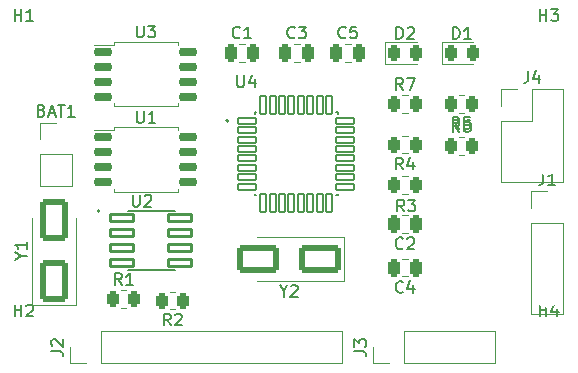
<source format=gbr>
%TF.GenerationSoftware,KiCad,Pcbnew,9.0.5*%
%TF.CreationDate,2025-10-30T10:34:48+09:00*%
%TF.ProjectId,MCU_Datalogger,4d43555f-4461-4746-916c-6f676765722e,1*%
%TF.SameCoordinates,Original*%
%TF.FileFunction,Legend,Top*%
%TF.FilePolarity,Positive*%
%FSLAX46Y46*%
G04 Gerber Fmt 4.6, Leading zero omitted, Abs format (unit mm)*
G04 Created by KiCad (PCBNEW 9.0.5) date 2025-10-30 10:34:48*
%MOMM*%
%LPD*%
G01*
G04 APERTURE LIST*
G04 Aperture macros list*
%AMRoundRect*
0 Rectangle with rounded corners*
0 $1 Rounding radius*
0 $2 $3 $4 $5 $6 $7 $8 $9 X,Y pos of 4 corners*
0 Add a 4 corners polygon primitive as box body*
4,1,4,$2,$3,$4,$5,$6,$7,$8,$9,$2,$3,0*
0 Add four circle primitives for the rounded corners*
1,1,$1+$1,$2,$3*
1,1,$1+$1,$4,$5*
1,1,$1+$1,$6,$7*
1,1,$1+$1,$8,$9*
0 Add four rect primitives between the rounded corners*
20,1,$1+$1,$2,$3,$4,$5,0*
20,1,$1+$1,$4,$5,$6,$7,0*
20,1,$1+$1,$6,$7,$8,$9,0*
20,1,$1+$1,$8,$9,$2,$3,0*%
G04 Aperture macros list end*
%ADD10C,0.150000*%
%ADD11C,0.120000*%
%ADD12C,0.127000*%
%ADD13C,0.200000*%
%ADD14R,1.700000X1.700000*%
%ADD15C,1.700000*%
%ADD16C,2.100000*%
%ADD17RoundRect,0.099250X-0.987750X-0.297750X0.987750X-0.297750X0.987750X0.297750X-0.987750X0.297750X0*%
%ADD18RoundRect,0.250000X-0.262500X-0.450000X0.262500X-0.450000X0.262500X0.450000X-0.262500X0.450000X0*%
%ADD19RoundRect,0.243750X-0.243750X-0.456250X0.243750X-0.456250X0.243750X0.456250X-0.243750X0.456250X0*%
%ADD20RoundRect,0.150000X-0.650000X-0.150000X0.650000X-0.150000X0.650000X0.150000X-0.650000X0.150000X0*%
%ADD21RoundRect,0.250000X-0.250000X-0.475000X0.250000X-0.475000X0.250000X0.475000X-0.250000X0.475000X0*%
%ADD22RoundRect,0.250000X0.250000X0.475000X-0.250000X0.475000X-0.250000X-0.475000X0.250000X-0.475000X0*%
%ADD23RoundRect,0.250000X0.262500X0.450000X-0.262500X0.450000X-0.262500X-0.450000X0.262500X-0.450000X0*%
%ADD24RoundRect,0.250001X1.499999X0.949999X-1.499999X0.949999X-1.499999X-0.949999X1.499999X-0.949999X0*%
%ADD25RoundRect,0.250001X0.949999X-1.499999X0.949999X1.499999X-0.949999X1.499999X-0.949999X-1.499999X0*%
%ADD26RoundRect,0.094250X-0.742750X-0.282750X0.742750X-0.282750X0.742750X0.282750X-0.742750X0.282750X0*%
%ADD27RoundRect,0.094250X-0.282750X-0.742750X0.282750X-0.742750X0.282750X0.742750X-0.282750X0.742750X0*%
G04 APERTURE END LIST*
D10*
X166681819Y-87328333D02*
X167396104Y-87328333D01*
X167396104Y-87328333D02*
X167538961Y-87375952D01*
X167538961Y-87375952D02*
X167634200Y-87471190D01*
X167634200Y-87471190D02*
X167681819Y-87614047D01*
X167681819Y-87614047D02*
X167681819Y-87709285D01*
X166681819Y-86947380D02*
X166681819Y-86328333D01*
X166681819Y-86328333D02*
X167062771Y-86661666D01*
X167062771Y-86661666D02*
X167062771Y-86518809D01*
X167062771Y-86518809D02*
X167110390Y-86423571D01*
X167110390Y-86423571D02*
X167158009Y-86375952D01*
X167158009Y-86375952D02*
X167253247Y-86328333D01*
X167253247Y-86328333D02*
X167491342Y-86328333D01*
X167491342Y-86328333D02*
X167586580Y-86375952D01*
X167586580Y-86375952D02*
X167634200Y-86423571D01*
X167634200Y-86423571D02*
X167681819Y-86518809D01*
X167681819Y-86518809D02*
X167681819Y-86804523D01*
X167681819Y-86804523D02*
X167634200Y-86899761D01*
X167634200Y-86899761D02*
X167586580Y-86947380D01*
X137922095Y-84399819D02*
X137922095Y-83399819D01*
X137922095Y-83876009D02*
X138493523Y-83876009D01*
X138493523Y-84399819D02*
X138493523Y-83399819D01*
X138922095Y-83495057D02*
X138969714Y-83447438D01*
X138969714Y-83447438D02*
X139064952Y-83399819D01*
X139064952Y-83399819D02*
X139303047Y-83399819D01*
X139303047Y-83399819D02*
X139398285Y-83447438D01*
X139398285Y-83447438D02*
X139445904Y-83495057D01*
X139445904Y-83495057D02*
X139493523Y-83590295D01*
X139493523Y-83590295D02*
X139493523Y-83685533D01*
X139493523Y-83685533D02*
X139445904Y-83828390D01*
X139445904Y-83828390D02*
X138874476Y-84399819D01*
X138874476Y-84399819D02*
X139493523Y-84399819D01*
X182372095Y-84399819D02*
X182372095Y-83399819D01*
X182372095Y-83876009D02*
X182943523Y-83876009D01*
X182943523Y-84399819D02*
X182943523Y-83399819D01*
X183848285Y-83733152D02*
X183848285Y-84399819D01*
X183610190Y-83352200D02*
X183372095Y-84066485D01*
X183372095Y-84066485D02*
X183991142Y-84066485D01*
X147922095Y-74100819D02*
X147922095Y-74910342D01*
X147922095Y-74910342D02*
X147969714Y-75005580D01*
X147969714Y-75005580D02*
X148017333Y-75053200D01*
X148017333Y-75053200D02*
X148112571Y-75100819D01*
X148112571Y-75100819D02*
X148303047Y-75100819D01*
X148303047Y-75100819D02*
X148398285Y-75053200D01*
X148398285Y-75053200D02*
X148445904Y-75005580D01*
X148445904Y-75005580D02*
X148493523Y-74910342D01*
X148493523Y-74910342D02*
X148493523Y-74100819D01*
X148922095Y-74196057D02*
X148969714Y-74148438D01*
X148969714Y-74148438D02*
X149064952Y-74100819D01*
X149064952Y-74100819D02*
X149303047Y-74100819D01*
X149303047Y-74100819D02*
X149398285Y-74148438D01*
X149398285Y-74148438D02*
X149445904Y-74196057D01*
X149445904Y-74196057D02*
X149493523Y-74291295D01*
X149493523Y-74291295D02*
X149493523Y-74386533D01*
X149493523Y-74386533D02*
X149445904Y-74529390D01*
X149445904Y-74529390D02*
X148874476Y-75100819D01*
X148874476Y-75100819D02*
X149493523Y-75100819D01*
X170799833Y-65225819D02*
X170466500Y-64749628D01*
X170228405Y-65225819D02*
X170228405Y-64225819D01*
X170228405Y-64225819D02*
X170609357Y-64225819D01*
X170609357Y-64225819D02*
X170704595Y-64273438D01*
X170704595Y-64273438D02*
X170752214Y-64321057D01*
X170752214Y-64321057D02*
X170799833Y-64416295D01*
X170799833Y-64416295D02*
X170799833Y-64559152D01*
X170799833Y-64559152D02*
X170752214Y-64654390D01*
X170752214Y-64654390D02*
X170704595Y-64702009D01*
X170704595Y-64702009D02*
X170609357Y-64749628D01*
X170609357Y-64749628D02*
X170228405Y-64749628D01*
X171133167Y-64225819D02*
X171799833Y-64225819D01*
X171799833Y-64225819D02*
X171371262Y-65225819D01*
X137922095Y-59380819D02*
X137922095Y-58380819D01*
X137922095Y-58857009D02*
X138493523Y-58857009D01*
X138493523Y-59380819D02*
X138493523Y-58380819D01*
X139493523Y-59380819D02*
X138922095Y-59380819D01*
X139207809Y-59380819D02*
X139207809Y-58380819D01*
X139207809Y-58380819D02*
X139112571Y-58523676D01*
X139112571Y-58523676D02*
X139017333Y-58618914D01*
X139017333Y-58618914D02*
X138922095Y-58666533D01*
X170248405Y-60907819D02*
X170248405Y-59907819D01*
X170248405Y-59907819D02*
X170486500Y-59907819D01*
X170486500Y-59907819D02*
X170629357Y-59955438D01*
X170629357Y-59955438D02*
X170724595Y-60050676D01*
X170724595Y-60050676D02*
X170772214Y-60145914D01*
X170772214Y-60145914D02*
X170819833Y-60336390D01*
X170819833Y-60336390D02*
X170819833Y-60479247D01*
X170819833Y-60479247D02*
X170772214Y-60669723D01*
X170772214Y-60669723D02*
X170724595Y-60764961D01*
X170724595Y-60764961D02*
X170629357Y-60860200D01*
X170629357Y-60860200D02*
X170486500Y-60907819D01*
X170486500Y-60907819D02*
X170248405Y-60907819D01*
X171200786Y-60003057D02*
X171248405Y-59955438D01*
X171248405Y-59955438D02*
X171343643Y-59907819D01*
X171343643Y-59907819D02*
X171581738Y-59907819D01*
X171581738Y-59907819D02*
X171676976Y-59955438D01*
X171676976Y-59955438D02*
X171724595Y-60003057D01*
X171724595Y-60003057D02*
X171772214Y-60098295D01*
X171772214Y-60098295D02*
X171772214Y-60193533D01*
X171772214Y-60193533D02*
X171724595Y-60336390D01*
X171724595Y-60336390D02*
X171153167Y-60907819D01*
X171153167Y-60907819D02*
X171772214Y-60907819D01*
X148262095Y-67014819D02*
X148262095Y-67824342D01*
X148262095Y-67824342D02*
X148309714Y-67919580D01*
X148309714Y-67919580D02*
X148357333Y-67967200D01*
X148357333Y-67967200D02*
X148452571Y-68014819D01*
X148452571Y-68014819D02*
X148643047Y-68014819D01*
X148643047Y-68014819D02*
X148738285Y-67967200D01*
X148738285Y-67967200D02*
X148785904Y-67919580D01*
X148785904Y-67919580D02*
X148833523Y-67824342D01*
X148833523Y-67824342D02*
X148833523Y-67014819D01*
X149833523Y-68014819D02*
X149262095Y-68014819D01*
X149547809Y-68014819D02*
X149547809Y-67014819D01*
X149547809Y-67014819D02*
X149452571Y-67157676D01*
X149452571Y-67157676D02*
X149357333Y-67252914D01*
X149357333Y-67252914D02*
X149262095Y-67300533D01*
X156994333Y-60767580D02*
X156946714Y-60815200D01*
X156946714Y-60815200D02*
X156803857Y-60862819D01*
X156803857Y-60862819D02*
X156708619Y-60862819D01*
X156708619Y-60862819D02*
X156565762Y-60815200D01*
X156565762Y-60815200D02*
X156470524Y-60719961D01*
X156470524Y-60719961D02*
X156422905Y-60624723D01*
X156422905Y-60624723D02*
X156375286Y-60434247D01*
X156375286Y-60434247D02*
X156375286Y-60291390D01*
X156375286Y-60291390D02*
X156422905Y-60100914D01*
X156422905Y-60100914D02*
X156470524Y-60005676D01*
X156470524Y-60005676D02*
X156565762Y-59910438D01*
X156565762Y-59910438D02*
X156708619Y-59862819D01*
X156708619Y-59862819D02*
X156803857Y-59862819D01*
X156803857Y-59862819D02*
X156946714Y-59910438D01*
X156946714Y-59910438D02*
X156994333Y-59958057D01*
X157946714Y-60862819D02*
X157375286Y-60862819D01*
X157661000Y-60862819D02*
X157661000Y-59862819D01*
X157661000Y-59862819D02*
X157565762Y-60005676D01*
X157565762Y-60005676D02*
X157470524Y-60100914D01*
X157470524Y-60100914D02*
X157375286Y-60148533D01*
X170799833Y-78620580D02*
X170752214Y-78668200D01*
X170752214Y-78668200D02*
X170609357Y-78715819D01*
X170609357Y-78715819D02*
X170514119Y-78715819D01*
X170514119Y-78715819D02*
X170371262Y-78668200D01*
X170371262Y-78668200D02*
X170276024Y-78572961D01*
X170276024Y-78572961D02*
X170228405Y-78477723D01*
X170228405Y-78477723D02*
X170180786Y-78287247D01*
X170180786Y-78287247D02*
X170180786Y-78144390D01*
X170180786Y-78144390D02*
X170228405Y-77953914D01*
X170228405Y-77953914D02*
X170276024Y-77858676D01*
X170276024Y-77858676D02*
X170371262Y-77763438D01*
X170371262Y-77763438D02*
X170514119Y-77715819D01*
X170514119Y-77715819D02*
X170609357Y-77715819D01*
X170609357Y-77715819D02*
X170752214Y-77763438D01*
X170752214Y-77763438D02*
X170799833Y-77811057D01*
X171180786Y-77811057D02*
X171228405Y-77763438D01*
X171228405Y-77763438D02*
X171323643Y-77715819D01*
X171323643Y-77715819D02*
X171561738Y-77715819D01*
X171561738Y-77715819D02*
X171656976Y-77763438D01*
X171656976Y-77763438D02*
X171704595Y-77811057D01*
X171704595Y-77811057D02*
X171752214Y-77906295D01*
X171752214Y-77906295D02*
X171752214Y-78001533D01*
X171752214Y-78001533D02*
X171704595Y-78144390D01*
X171704595Y-78144390D02*
X171133167Y-78715819D01*
X171133167Y-78715819D02*
X171752214Y-78715819D01*
X181393666Y-63622819D02*
X181393666Y-64337104D01*
X181393666Y-64337104D02*
X181346047Y-64479961D01*
X181346047Y-64479961D02*
X181250809Y-64575200D01*
X181250809Y-64575200D02*
X181107952Y-64622819D01*
X181107952Y-64622819D02*
X181012714Y-64622819D01*
X182298428Y-63956152D02*
X182298428Y-64622819D01*
X182060333Y-63575200D02*
X181822238Y-64289485D01*
X181822238Y-64289485D02*
X182441285Y-64289485D01*
X170799833Y-71954819D02*
X170466500Y-71478628D01*
X170228405Y-71954819D02*
X170228405Y-70954819D01*
X170228405Y-70954819D02*
X170609357Y-70954819D01*
X170609357Y-70954819D02*
X170704595Y-71002438D01*
X170704595Y-71002438D02*
X170752214Y-71050057D01*
X170752214Y-71050057D02*
X170799833Y-71145295D01*
X170799833Y-71145295D02*
X170799833Y-71288152D01*
X170799833Y-71288152D02*
X170752214Y-71383390D01*
X170752214Y-71383390D02*
X170704595Y-71431009D01*
X170704595Y-71431009D02*
X170609357Y-71478628D01*
X170609357Y-71478628D02*
X170228405Y-71478628D01*
X171656976Y-71288152D02*
X171656976Y-71954819D01*
X171418881Y-70907200D02*
X171180786Y-71621485D01*
X171180786Y-71621485D02*
X171799833Y-71621485D01*
X140198714Y-66955009D02*
X140341571Y-67002628D01*
X140341571Y-67002628D02*
X140389190Y-67050247D01*
X140389190Y-67050247D02*
X140436809Y-67145485D01*
X140436809Y-67145485D02*
X140436809Y-67288342D01*
X140436809Y-67288342D02*
X140389190Y-67383580D01*
X140389190Y-67383580D02*
X140341571Y-67431200D01*
X140341571Y-67431200D02*
X140246333Y-67478819D01*
X140246333Y-67478819D02*
X139865381Y-67478819D01*
X139865381Y-67478819D02*
X139865381Y-66478819D01*
X139865381Y-66478819D02*
X140198714Y-66478819D01*
X140198714Y-66478819D02*
X140293952Y-66526438D01*
X140293952Y-66526438D02*
X140341571Y-66574057D01*
X140341571Y-66574057D02*
X140389190Y-66669295D01*
X140389190Y-66669295D02*
X140389190Y-66764533D01*
X140389190Y-66764533D02*
X140341571Y-66859771D01*
X140341571Y-66859771D02*
X140293952Y-66907390D01*
X140293952Y-66907390D02*
X140198714Y-66955009D01*
X140198714Y-66955009D02*
X139865381Y-66955009D01*
X140817762Y-67193104D02*
X141293952Y-67193104D01*
X140722524Y-67478819D02*
X141055857Y-66478819D01*
X141055857Y-66478819D02*
X141389190Y-67478819D01*
X141579667Y-66478819D02*
X142151095Y-66478819D01*
X141865381Y-67478819D02*
X141865381Y-66478819D01*
X143008238Y-67478819D02*
X142436810Y-67478819D01*
X142722524Y-67478819D02*
X142722524Y-66478819D01*
X142722524Y-66478819D02*
X142627286Y-66621676D01*
X142627286Y-66621676D02*
X142532048Y-66716914D01*
X142532048Y-66716914D02*
X142436810Y-66764533D01*
X160686809Y-82280628D02*
X160686809Y-82756819D01*
X160353476Y-81756819D02*
X160686809Y-82280628D01*
X160686809Y-82280628D02*
X161020142Y-81756819D01*
X161305857Y-81852057D02*
X161353476Y-81804438D01*
X161353476Y-81804438D02*
X161448714Y-81756819D01*
X161448714Y-81756819D02*
X161686809Y-81756819D01*
X161686809Y-81756819D02*
X161782047Y-81804438D01*
X161782047Y-81804438D02*
X161829666Y-81852057D01*
X161829666Y-81852057D02*
X161877285Y-81947295D01*
X161877285Y-81947295D02*
X161877285Y-82042533D01*
X161877285Y-82042533D02*
X161829666Y-82185390D01*
X161829666Y-82185390D02*
X161258238Y-82756819D01*
X161258238Y-82756819D02*
X161877285Y-82756819D01*
X161632333Y-60767580D02*
X161584714Y-60815200D01*
X161584714Y-60815200D02*
X161441857Y-60862819D01*
X161441857Y-60862819D02*
X161346619Y-60862819D01*
X161346619Y-60862819D02*
X161203762Y-60815200D01*
X161203762Y-60815200D02*
X161108524Y-60719961D01*
X161108524Y-60719961D02*
X161060905Y-60624723D01*
X161060905Y-60624723D02*
X161013286Y-60434247D01*
X161013286Y-60434247D02*
X161013286Y-60291390D01*
X161013286Y-60291390D02*
X161060905Y-60100914D01*
X161060905Y-60100914D02*
X161108524Y-60005676D01*
X161108524Y-60005676D02*
X161203762Y-59910438D01*
X161203762Y-59910438D02*
X161346619Y-59862819D01*
X161346619Y-59862819D02*
X161441857Y-59862819D01*
X161441857Y-59862819D02*
X161584714Y-59910438D01*
X161584714Y-59910438D02*
X161632333Y-59958057D01*
X161965667Y-59862819D02*
X162584714Y-59862819D01*
X162584714Y-59862819D02*
X162251381Y-60243771D01*
X162251381Y-60243771D02*
X162394238Y-60243771D01*
X162394238Y-60243771D02*
X162489476Y-60291390D01*
X162489476Y-60291390D02*
X162537095Y-60339009D01*
X162537095Y-60339009D02*
X162584714Y-60434247D01*
X162584714Y-60434247D02*
X162584714Y-60672342D01*
X162584714Y-60672342D02*
X162537095Y-60767580D01*
X162537095Y-60767580D02*
X162489476Y-60815200D01*
X162489476Y-60815200D02*
X162394238Y-60862819D01*
X162394238Y-60862819D02*
X162108524Y-60862819D01*
X162108524Y-60862819D02*
X162013286Y-60815200D01*
X162013286Y-60815200D02*
X161965667Y-60767580D01*
X182673666Y-72258819D02*
X182673666Y-72973104D01*
X182673666Y-72973104D02*
X182626047Y-73115961D01*
X182626047Y-73115961D02*
X182530809Y-73211200D01*
X182530809Y-73211200D02*
X182387952Y-73258819D01*
X182387952Y-73258819D02*
X182292714Y-73258819D01*
X183673666Y-73258819D02*
X183102238Y-73258819D01*
X183387952Y-73258819D02*
X183387952Y-72258819D01*
X183387952Y-72258819D02*
X183292714Y-72401676D01*
X183292714Y-72401676D02*
X183197476Y-72496914D01*
X183197476Y-72496914D02*
X183102238Y-72544533D01*
X170799833Y-82303580D02*
X170752214Y-82351200D01*
X170752214Y-82351200D02*
X170609357Y-82398819D01*
X170609357Y-82398819D02*
X170514119Y-82398819D01*
X170514119Y-82398819D02*
X170371262Y-82351200D01*
X170371262Y-82351200D02*
X170276024Y-82255961D01*
X170276024Y-82255961D02*
X170228405Y-82160723D01*
X170228405Y-82160723D02*
X170180786Y-81970247D01*
X170180786Y-81970247D02*
X170180786Y-81827390D01*
X170180786Y-81827390D02*
X170228405Y-81636914D01*
X170228405Y-81636914D02*
X170276024Y-81541676D01*
X170276024Y-81541676D02*
X170371262Y-81446438D01*
X170371262Y-81446438D02*
X170514119Y-81398819D01*
X170514119Y-81398819D02*
X170609357Y-81398819D01*
X170609357Y-81398819D02*
X170752214Y-81446438D01*
X170752214Y-81446438D02*
X170799833Y-81494057D01*
X171656976Y-81732152D02*
X171656976Y-82398819D01*
X171418881Y-81351200D02*
X171180786Y-82065485D01*
X171180786Y-82065485D02*
X171799833Y-82065485D01*
X165950333Y-60767580D02*
X165902714Y-60815200D01*
X165902714Y-60815200D02*
X165759857Y-60862819D01*
X165759857Y-60862819D02*
X165664619Y-60862819D01*
X165664619Y-60862819D02*
X165521762Y-60815200D01*
X165521762Y-60815200D02*
X165426524Y-60719961D01*
X165426524Y-60719961D02*
X165378905Y-60624723D01*
X165378905Y-60624723D02*
X165331286Y-60434247D01*
X165331286Y-60434247D02*
X165331286Y-60291390D01*
X165331286Y-60291390D02*
X165378905Y-60100914D01*
X165378905Y-60100914D02*
X165426524Y-60005676D01*
X165426524Y-60005676D02*
X165521762Y-59910438D01*
X165521762Y-59910438D02*
X165664619Y-59862819D01*
X165664619Y-59862819D02*
X165759857Y-59862819D01*
X165759857Y-59862819D02*
X165902714Y-59910438D01*
X165902714Y-59910438D02*
X165950333Y-59958057D01*
X166855095Y-59862819D02*
X166378905Y-59862819D01*
X166378905Y-59862819D02*
X166331286Y-60339009D01*
X166331286Y-60339009D02*
X166378905Y-60291390D01*
X166378905Y-60291390D02*
X166474143Y-60243771D01*
X166474143Y-60243771D02*
X166712238Y-60243771D01*
X166712238Y-60243771D02*
X166807476Y-60291390D01*
X166807476Y-60291390D02*
X166855095Y-60339009D01*
X166855095Y-60339009D02*
X166902714Y-60434247D01*
X166902714Y-60434247D02*
X166902714Y-60672342D01*
X166902714Y-60672342D02*
X166855095Y-60767580D01*
X166855095Y-60767580D02*
X166807476Y-60815200D01*
X166807476Y-60815200D02*
X166712238Y-60862819D01*
X166712238Y-60862819D02*
X166474143Y-60862819D01*
X166474143Y-60862819D02*
X166378905Y-60815200D01*
X166378905Y-60815200D02*
X166331286Y-60767580D01*
X148262095Y-59775819D02*
X148262095Y-60585342D01*
X148262095Y-60585342D02*
X148309714Y-60680580D01*
X148309714Y-60680580D02*
X148357333Y-60728200D01*
X148357333Y-60728200D02*
X148452571Y-60775819D01*
X148452571Y-60775819D02*
X148643047Y-60775819D01*
X148643047Y-60775819D02*
X148738285Y-60728200D01*
X148738285Y-60728200D02*
X148785904Y-60680580D01*
X148785904Y-60680580D02*
X148833523Y-60585342D01*
X148833523Y-60585342D02*
X148833523Y-59775819D01*
X149214476Y-59775819D02*
X149833523Y-59775819D01*
X149833523Y-59775819D02*
X149500190Y-60156771D01*
X149500190Y-60156771D02*
X149643047Y-60156771D01*
X149643047Y-60156771D02*
X149738285Y-60204390D01*
X149738285Y-60204390D02*
X149785904Y-60252009D01*
X149785904Y-60252009D02*
X149833523Y-60347247D01*
X149833523Y-60347247D02*
X149833523Y-60585342D01*
X149833523Y-60585342D02*
X149785904Y-60680580D01*
X149785904Y-60680580D02*
X149738285Y-60728200D01*
X149738285Y-60728200D02*
X149643047Y-60775819D01*
X149643047Y-60775819D02*
X149357333Y-60775819D01*
X149357333Y-60775819D02*
X149262095Y-60728200D01*
X149262095Y-60728200D02*
X149214476Y-60680580D01*
X141027819Y-87328333D02*
X141742104Y-87328333D01*
X141742104Y-87328333D02*
X141884961Y-87375952D01*
X141884961Y-87375952D02*
X141980200Y-87471190D01*
X141980200Y-87471190D02*
X142027819Y-87614047D01*
X142027819Y-87614047D02*
X142027819Y-87709285D01*
X141123057Y-86899761D02*
X141075438Y-86852142D01*
X141075438Y-86852142D02*
X141027819Y-86756904D01*
X141027819Y-86756904D02*
X141027819Y-86518809D01*
X141027819Y-86518809D02*
X141075438Y-86423571D01*
X141075438Y-86423571D02*
X141123057Y-86375952D01*
X141123057Y-86375952D02*
X141218295Y-86328333D01*
X141218295Y-86328333D02*
X141313533Y-86328333D01*
X141313533Y-86328333D02*
X141456390Y-86375952D01*
X141456390Y-86375952D02*
X142027819Y-86947380D01*
X142027819Y-86947380D02*
X142027819Y-86328333D01*
X182372095Y-59380819D02*
X182372095Y-58380819D01*
X182372095Y-58857009D02*
X182943523Y-58857009D01*
X182943523Y-59380819D02*
X182943523Y-58380819D01*
X183324476Y-58380819D02*
X183943523Y-58380819D01*
X183943523Y-58380819D02*
X183610190Y-58761771D01*
X183610190Y-58761771D02*
X183753047Y-58761771D01*
X183753047Y-58761771D02*
X183848285Y-58809390D01*
X183848285Y-58809390D02*
X183895904Y-58857009D01*
X183895904Y-58857009D02*
X183943523Y-58952247D01*
X183943523Y-58952247D02*
X183943523Y-59190342D01*
X183943523Y-59190342D02*
X183895904Y-59285580D01*
X183895904Y-59285580D02*
X183848285Y-59333200D01*
X183848285Y-59333200D02*
X183753047Y-59380819D01*
X183753047Y-59380819D02*
X183467333Y-59380819D01*
X183467333Y-59380819D02*
X183372095Y-59333200D01*
X183372095Y-59333200D02*
X183324476Y-59285580D01*
X175026405Y-60907819D02*
X175026405Y-59907819D01*
X175026405Y-59907819D02*
X175264500Y-59907819D01*
X175264500Y-59907819D02*
X175407357Y-59955438D01*
X175407357Y-59955438D02*
X175502595Y-60050676D01*
X175502595Y-60050676D02*
X175550214Y-60145914D01*
X175550214Y-60145914D02*
X175597833Y-60336390D01*
X175597833Y-60336390D02*
X175597833Y-60479247D01*
X175597833Y-60479247D02*
X175550214Y-60669723D01*
X175550214Y-60669723D02*
X175502595Y-60764961D01*
X175502595Y-60764961D02*
X175407357Y-60860200D01*
X175407357Y-60860200D02*
X175264500Y-60907819D01*
X175264500Y-60907819D02*
X175026405Y-60907819D01*
X176550214Y-60907819D02*
X175978786Y-60907819D01*
X176264500Y-60907819D02*
X176264500Y-59907819D01*
X176264500Y-59907819D02*
X176169262Y-60050676D01*
X176169262Y-60050676D02*
X176074024Y-60145914D01*
X176074024Y-60145914D02*
X175978786Y-60193533D01*
X138464628Y-79283190D02*
X138940819Y-79283190D01*
X137940819Y-79616523D02*
X138464628Y-79283190D01*
X138464628Y-79283190D02*
X137940819Y-78949857D01*
X138940819Y-78092714D02*
X138940819Y-78664142D01*
X138940819Y-78378428D02*
X137940819Y-78378428D01*
X137940819Y-78378428D02*
X138083676Y-78473666D01*
X138083676Y-78473666D02*
X138178914Y-78568904D01*
X138178914Y-78568904D02*
X138226533Y-78664142D01*
X175577833Y-68781819D02*
X175244500Y-68305628D01*
X175006405Y-68781819D02*
X175006405Y-67781819D01*
X175006405Y-67781819D02*
X175387357Y-67781819D01*
X175387357Y-67781819D02*
X175482595Y-67829438D01*
X175482595Y-67829438D02*
X175530214Y-67877057D01*
X175530214Y-67877057D02*
X175577833Y-67972295D01*
X175577833Y-67972295D02*
X175577833Y-68115152D01*
X175577833Y-68115152D02*
X175530214Y-68210390D01*
X175530214Y-68210390D02*
X175482595Y-68258009D01*
X175482595Y-68258009D02*
X175387357Y-68305628D01*
X175387357Y-68305628D02*
X175006405Y-68305628D01*
X176434976Y-67781819D02*
X176244500Y-67781819D01*
X176244500Y-67781819D02*
X176149262Y-67829438D01*
X176149262Y-67829438D02*
X176101643Y-67877057D01*
X176101643Y-67877057D02*
X176006405Y-68019914D01*
X176006405Y-68019914D02*
X175958786Y-68210390D01*
X175958786Y-68210390D02*
X175958786Y-68591342D01*
X175958786Y-68591342D02*
X176006405Y-68686580D01*
X176006405Y-68686580D02*
X176054024Y-68734200D01*
X176054024Y-68734200D02*
X176149262Y-68781819D01*
X176149262Y-68781819D02*
X176339738Y-68781819D01*
X176339738Y-68781819D02*
X176434976Y-68734200D01*
X176434976Y-68734200D02*
X176482595Y-68686580D01*
X176482595Y-68686580D02*
X176530214Y-68591342D01*
X176530214Y-68591342D02*
X176530214Y-68353247D01*
X176530214Y-68353247D02*
X176482595Y-68258009D01*
X176482595Y-68258009D02*
X176434976Y-68210390D01*
X176434976Y-68210390D02*
X176339738Y-68162771D01*
X176339738Y-68162771D02*
X176149262Y-68162771D01*
X176149262Y-68162771D02*
X176054024Y-68210390D01*
X176054024Y-68210390D02*
X176006405Y-68258009D01*
X176006405Y-68258009D02*
X175958786Y-68353247D01*
X146984833Y-81735819D02*
X146651500Y-81259628D01*
X146413405Y-81735819D02*
X146413405Y-80735819D01*
X146413405Y-80735819D02*
X146794357Y-80735819D01*
X146794357Y-80735819D02*
X146889595Y-80783438D01*
X146889595Y-80783438D02*
X146937214Y-80831057D01*
X146937214Y-80831057D02*
X146984833Y-80926295D01*
X146984833Y-80926295D02*
X146984833Y-81069152D01*
X146984833Y-81069152D02*
X146937214Y-81164390D01*
X146937214Y-81164390D02*
X146889595Y-81212009D01*
X146889595Y-81212009D02*
X146794357Y-81259628D01*
X146794357Y-81259628D02*
X146413405Y-81259628D01*
X147937214Y-81735819D02*
X147365786Y-81735819D01*
X147651500Y-81735819D02*
X147651500Y-80735819D01*
X147651500Y-80735819D02*
X147556262Y-80878676D01*
X147556262Y-80878676D02*
X147461024Y-80973914D01*
X147461024Y-80973914D02*
X147365786Y-81021533D01*
X151128833Y-85162819D02*
X150795500Y-84686628D01*
X150557405Y-85162819D02*
X150557405Y-84162819D01*
X150557405Y-84162819D02*
X150938357Y-84162819D01*
X150938357Y-84162819D02*
X151033595Y-84210438D01*
X151033595Y-84210438D02*
X151081214Y-84258057D01*
X151081214Y-84258057D02*
X151128833Y-84353295D01*
X151128833Y-84353295D02*
X151128833Y-84496152D01*
X151128833Y-84496152D02*
X151081214Y-84591390D01*
X151081214Y-84591390D02*
X151033595Y-84639009D01*
X151033595Y-84639009D02*
X150938357Y-84686628D01*
X150938357Y-84686628D02*
X150557405Y-84686628D01*
X151509786Y-84258057D02*
X151557405Y-84210438D01*
X151557405Y-84210438D02*
X151652643Y-84162819D01*
X151652643Y-84162819D02*
X151890738Y-84162819D01*
X151890738Y-84162819D02*
X151985976Y-84210438D01*
X151985976Y-84210438D02*
X152033595Y-84258057D01*
X152033595Y-84258057D02*
X152081214Y-84353295D01*
X152081214Y-84353295D02*
X152081214Y-84448533D01*
X152081214Y-84448533D02*
X152033595Y-84591390D01*
X152033595Y-84591390D02*
X151462167Y-85162819D01*
X151462167Y-85162819D02*
X152081214Y-85162819D01*
X170903333Y-75511819D02*
X170570000Y-75035628D01*
X170331905Y-75511819D02*
X170331905Y-74511819D01*
X170331905Y-74511819D02*
X170712857Y-74511819D01*
X170712857Y-74511819D02*
X170808095Y-74559438D01*
X170808095Y-74559438D02*
X170855714Y-74607057D01*
X170855714Y-74607057D02*
X170903333Y-74702295D01*
X170903333Y-74702295D02*
X170903333Y-74845152D01*
X170903333Y-74845152D02*
X170855714Y-74940390D01*
X170855714Y-74940390D02*
X170808095Y-74988009D01*
X170808095Y-74988009D02*
X170712857Y-75035628D01*
X170712857Y-75035628D02*
X170331905Y-75035628D01*
X171236667Y-74511819D02*
X171855714Y-74511819D01*
X171855714Y-74511819D02*
X171522381Y-74892771D01*
X171522381Y-74892771D02*
X171665238Y-74892771D01*
X171665238Y-74892771D02*
X171760476Y-74940390D01*
X171760476Y-74940390D02*
X171808095Y-74988009D01*
X171808095Y-74988009D02*
X171855714Y-75083247D01*
X171855714Y-75083247D02*
X171855714Y-75321342D01*
X171855714Y-75321342D02*
X171808095Y-75416580D01*
X171808095Y-75416580D02*
X171760476Y-75464200D01*
X171760476Y-75464200D02*
X171665238Y-75511819D01*
X171665238Y-75511819D02*
X171379524Y-75511819D01*
X171379524Y-75511819D02*
X171284286Y-75464200D01*
X171284286Y-75464200D02*
X171236667Y-75416580D01*
X175577833Y-68525819D02*
X175244500Y-68049628D01*
X175006405Y-68525819D02*
X175006405Y-67525819D01*
X175006405Y-67525819D02*
X175387357Y-67525819D01*
X175387357Y-67525819D02*
X175482595Y-67573438D01*
X175482595Y-67573438D02*
X175530214Y-67621057D01*
X175530214Y-67621057D02*
X175577833Y-67716295D01*
X175577833Y-67716295D02*
X175577833Y-67859152D01*
X175577833Y-67859152D02*
X175530214Y-67954390D01*
X175530214Y-67954390D02*
X175482595Y-68002009D01*
X175482595Y-68002009D02*
X175387357Y-68049628D01*
X175387357Y-68049628D02*
X175006405Y-68049628D01*
X176482595Y-67525819D02*
X176006405Y-67525819D01*
X176006405Y-67525819D02*
X175958786Y-68002009D01*
X175958786Y-68002009D02*
X176006405Y-67954390D01*
X176006405Y-67954390D02*
X176101643Y-67906771D01*
X176101643Y-67906771D02*
X176339738Y-67906771D01*
X176339738Y-67906771D02*
X176434976Y-67954390D01*
X176434976Y-67954390D02*
X176482595Y-68002009D01*
X176482595Y-68002009D02*
X176530214Y-68097247D01*
X176530214Y-68097247D02*
X176530214Y-68335342D01*
X176530214Y-68335342D02*
X176482595Y-68430580D01*
X176482595Y-68430580D02*
X176434976Y-68478200D01*
X176434976Y-68478200D02*
X176339738Y-68525819D01*
X176339738Y-68525819D02*
X176101643Y-68525819D01*
X176101643Y-68525819D02*
X176006405Y-68478200D01*
X176006405Y-68478200D02*
X175958786Y-68430580D01*
X156757595Y-63984819D02*
X156757595Y-64794342D01*
X156757595Y-64794342D02*
X156805214Y-64889580D01*
X156805214Y-64889580D02*
X156852833Y-64937200D01*
X156852833Y-64937200D02*
X156948071Y-64984819D01*
X156948071Y-64984819D02*
X157138547Y-64984819D01*
X157138547Y-64984819D02*
X157233785Y-64937200D01*
X157233785Y-64937200D02*
X157281404Y-64889580D01*
X157281404Y-64889580D02*
X157329023Y-64794342D01*
X157329023Y-64794342D02*
X157329023Y-63984819D01*
X158233785Y-64318152D02*
X158233785Y-64984819D01*
X157995690Y-63937200D02*
X157757595Y-64651485D01*
X157757595Y-64651485D02*
X158376642Y-64651485D01*
D11*
%TO.C,J3*%
X168227000Y-88375000D02*
X168227000Y-86995000D01*
X169607000Y-88375000D02*
X168227000Y-88375000D01*
X170877000Y-85615000D02*
X178607000Y-85615000D01*
X170877000Y-88375000D02*
X170877000Y-85615000D01*
X170877000Y-88375000D02*
X178607000Y-88375000D01*
X178607000Y-88375000D02*
X178607000Y-85615000D01*
D12*
%TO.C,U2*%
X147479000Y-75458000D02*
X151479000Y-75458000D01*
X147479000Y-80498000D02*
X151479000Y-80498000D01*
D13*
X145134000Y-75483000D02*
G75*
G02*
X144934000Y-75483000I-100000J0D01*
G01*
X144934000Y-75483000D02*
G75*
G02*
X145134000Y-75483000I100000J0D01*
G01*
D11*
%TO.C,R7*%
X170739436Y-65686000D02*
X171193564Y-65686000D01*
X170739436Y-67156000D02*
X171193564Y-67156000D01*
%TO.C,D2*%
X169301500Y-61143000D02*
X169301500Y-63063000D01*
X169301500Y-63063000D02*
X171986500Y-63063000D01*
X171986500Y-61143000D02*
X169301500Y-61143000D01*
%TO.C,U1*%
X146299000Y-68395000D02*
X146299000Y-68655000D01*
X146299000Y-68655000D02*
X144624000Y-68655000D01*
X146299000Y-73845000D02*
X146299000Y-73585000D01*
X149024000Y-68395000D02*
X146299000Y-68395000D01*
X149024000Y-68395000D02*
X151749000Y-68395000D01*
X149024000Y-73845000D02*
X146299000Y-73845000D01*
X149024000Y-73845000D02*
X151749000Y-73845000D01*
X151749000Y-68395000D02*
X151749000Y-68655000D01*
X151749000Y-73845000D02*
X151749000Y-73585000D01*
%TO.C,C1*%
X156899748Y-61353000D02*
X157422252Y-61353000D01*
X156899748Y-62823000D02*
X157422252Y-62823000D01*
%TO.C,C2*%
X171227752Y-75846000D02*
X170705248Y-75846000D01*
X171227752Y-77316000D02*
X170705248Y-77316000D01*
%TO.C,J4*%
X179077000Y-65168000D02*
X180457000Y-65168000D01*
X179077000Y-66548000D02*
X179077000Y-65168000D01*
X179077000Y-67818000D02*
X179077000Y-73008000D01*
X179077000Y-67818000D02*
X181727000Y-67818000D01*
X179077000Y-73008000D02*
X184377000Y-73008000D01*
X181727000Y-65168000D02*
X184377000Y-65168000D01*
X181727000Y-67818000D02*
X181727000Y-65168000D01*
X184377000Y-65168000D02*
X184377000Y-73008000D01*
%TO.C,R4*%
X171193564Y-69115000D02*
X170739436Y-69115000D01*
X171193564Y-70585000D02*
X170739436Y-70585000D01*
%TO.C,BAT1*%
X140033000Y-68024000D02*
X141413000Y-68024000D01*
X140033000Y-69404000D02*
X140033000Y-68024000D01*
X140033000Y-70674000D02*
X140033000Y-73324000D01*
X140033000Y-70674000D02*
X142793000Y-70674000D01*
X140033000Y-73324000D02*
X142793000Y-73324000D01*
X142793000Y-70674000D02*
X142793000Y-73324000D01*
%TO.C,Y2*%
X158403000Y-81362000D02*
X165773000Y-81362000D01*
X165773000Y-77642000D02*
X158403000Y-77642000D01*
X165773000Y-81362000D02*
X165773000Y-77642000D01*
%TO.C,C3*%
X161537748Y-61353000D02*
X162060252Y-61353000D01*
X161537748Y-62823000D02*
X162060252Y-62823000D01*
%TO.C,J1*%
X181627000Y-73804000D02*
X183007000Y-73804000D01*
X181627000Y-75184000D02*
X181627000Y-73804000D01*
X181627000Y-76454000D02*
X181627000Y-84184000D01*
X181627000Y-76454000D02*
X184387000Y-76454000D01*
X181627000Y-84184000D02*
X184387000Y-84184000D01*
X184387000Y-76454000D02*
X184387000Y-84184000D01*
%TO.C,C4*%
X171227752Y-79529000D02*
X170705248Y-79529000D01*
X171227752Y-80999000D02*
X170705248Y-80999000D01*
%TO.C,C5*%
X165855748Y-61353000D02*
X166378252Y-61353000D01*
X165855748Y-62823000D02*
X166378252Y-62823000D01*
%TO.C,U3*%
X146299000Y-61156000D02*
X146299000Y-61416000D01*
X146299000Y-61416000D02*
X144624000Y-61416000D01*
X146299000Y-66606000D02*
X146299000Y-66346000D01*
X149024000Y-61156000D02*
X146299000Y-61156000D01*
X149024000Y-61156000D02*
X151749000Y-61156000D01*
X149024000Y-66606000D02*
X146299000Y-66606000D01*
X149024000Y-66606000D02*
X151749000Y-66606000D01*
X151749000Y-61156000D02*
X151749000Y-61416000D01*
X151749000Y-66606000D02*
X151749000Y-66346000D01*
%TO.C,J2*%
X142573000Y-88375000D02*
X142573000Y-86995000D01*
X143953000Y-88375000D02*
X142573000Y-88375000D01*
X145223000Y-85615000D02*
X165653000Y-85615000D01*
X145223000Y-88375000D02*
X145223000Y-85615000D01*
X145223000Y-88375000D02*
X165653000Y-88375000D01*
X165653000Y-88375000D02*
X165653000Y-85615000D01*
%TO.C,D1*%
X174079500Y-61143000D02*
X174079500Y-63063000D01*
X174079500Y-63063000D02*
X176764500Y-63063000D01*
X176764500Y-61143000D02*
X174079500Y-61143000D01*
%TO.C,Y1*%
X139426000Y-76047000D02*
X139426000Y-83417000D01*
X139426000Y-83417000D02*
X143146000Y-83417000D01*
X143146000Y-83417000D02*
X143146000Y-76047000D01*
%TO.C,R6*%
X175517436Y-69242000D02*
X175971564Y-69242000D01*
X175517436Y-70712000D02*
X175971564Y-70712000D01*
%TO.C,R1*%
X146924436Y-82196000D02*
X147378564Y-82196000D01*
X146924436Y-83666000D02*
X147378564Y-83666000D01*
%TO.C,R2*%
X151522564Y-82323000D02*
X151068436Y-82323000D01*
X151522564Y-83793000D02*
X151068436Y-83793000D01*
%TO.C,R3*%
X171193564Y-72544000D02*
X170739436Y-72544000D01*
X171193564Y-74014000D02*
X170739436Y-74014000D01*
%TO.C,R5*%
X175971564Y-65686000D02*
X175517436Y-65686000D01*
X175971564Y-67156000D02*
X175517436Y-67156000D01*
D12*
%TO.C,U4*%
X158259500Y-67126000D02*
X158259500Y-67231000D01*
X158259500Y-67126000D02*
X158364500Y-67126000D01*
X158259500Y-74126000D02*
X158259500Y-74021000D01*
X158259500Y-74126000D02*
X158364500Y-74126000D01*
X165259500Y-67126000D02*
X165154500Y-67126000D01*
X165259500Y-67126000D02*
X165259500Y-67231000D01*
X165259500Y-74126000D02*
X165154500Y-74126000D01*
X165259500Y-74126000D02*
X165259500Y-74021000D01*
D13*
X156019500Y-67826000D02*
G75*
G02*
X155819500Y-67826000I-100000J0D01*
G01*
X155819500Y-67826000D02*
G75*
G02*
X156019500Y-67826000I100000J0D01*
G01*
%TD*%
%LPC*%
D14*
%TO.C,J3*%
X169607000Y-86995000D03*
D15*
X172147000Y-86995000D03*
X174687000Y-86995000D03*
X177227000Y-86995000D03*
%TD*%
D16*
%TO.C,H2*%
X138684000Y-86995000D03*
%TD*%
%TO.C,H4*%
X183134000Y-86995000D03*
%TD*%
D17*
%TO.C,U2*%
X147004000Y-76073000D03*
X147004000Y-77343000D03*
X147004000Y-78613000D03*
X147004000Y-79883000D03*
X151954000Y-79883000D03*
X151954000Y-78613000D03*
X151954000Y-77343000D03*
X151954000Y-76073000D03*
%TD*%
D18*
%TO.C,R7*%
X170054000Y-66421000D03*
X171879000Y-66421000D03*
%TD*%
D16*
%TO.C,H1*%
X138684000Y-61976000D03*
%TD*%
D19*
%TO.C,D2*%
X170049000Y-62103000D03*
X171924000Y-62103000D03*
%TD*%
D20*
%TO.C,U1*%
X145424000Y-69215000D03*
X145424000Y-70485000D03*
X145424000Y-71755000D03*
X145424000Y-73025000D03*
X152624000Y-73025000D03*
X152624000Y-71755000D03*
X152624000Y-70485000D03*
X152624000Y-69215000D03*
%TD*%
D21*
%TO.C,C1*%
X156211000Y-62088000D03*
X158111000Y-62088000D03*
%TD*%
D22*
%TO.C,C2*%
X171916500Y-76581000D03*
X170016500Y-76581000D03*
%TD*%
D14*
%TO.C,J4*%
X180457000Y-66548000D03*
D15*
X182997000Y-66548000D03*
X180457000Y-69088000D03*
X182997000Y-69088000D03*
X180457000Y-71628000D03*
X182997000Y-71628000D03*
%TD*%
D23*
%TO.C,R4*%
X171879000Y-69850000D03*
X170054000Y-69850000D03*
%TD*%
D14*
%TO.C,BAT1*%
X141413000Y-69404000D03*
D15*
X141413000Y-71944000D03*
%TD*%
D24*
%TO.C,Y2*%
X163763000Y-79502000D03*
X158563000Y-79502000D03*
%TD*%
D21*
%TO.C,C3*%
X160849000Y-62088000D03*
X162749000Y-62088000D03*
%TD*%
D14*
%TO.C,J1*%
X183007000Y-75184000D03*
D15*
X183007000Y-77724000D03*
X183007000Y-80264000D03*
X183007000Y-82804000D03*
%TD*%
D22*
%TO.C,C4*%
X171916500Y-80264000D03*
X170016500Y-80264000D03*
%TD*%
D21*
%TO.C,C5*%
X165167000Y-62088000D03*
X167067000Y-62088000D03*
%TD*%
D20*
%TO.C,U3*%
X145424000Y-61976000D03*
X145424000Y-63246000D03*
X145424000Y-64516000D03*
X145424000Y-65786000D03*
X152624000Y-65786000D03*
X152624000Y-64516000D03*
X152624000Y-63246000D03*
X152624000Y-61976000D03*
%TD*%
D14*
%TO.C,J2*%
X143953000Y-86995000D03*
D15*
X146493000Y-86995000D03*
X149033000Y-86995000D03*
X151573000Y-86995000D03*
X154113000Y-86995000D03*
X156653000Y-86995000D03*
X159193000Y-86995000D03*
X161733000Y-86995000D03*
X164273000Y-86995000D03*
%TD*%
D16*
%TO.C,H3*%
X183134000Y-61976000D03*
%TD*%
D19*
%TO.C,D1*%
X174827000Y-62103000D03*
X176702000Y-62103000D03*
%TD*%
D25*
%TO.C,Y1*%
X141286000Y-81407000D03*
X141286000Y-76207000D03*
%TD*%
D18*
%TO.C,R6*%
X174832000Y-69977000D03*
X176657000Y-69977000D03*
%TD*%
%TO.C,R1*%
X146239000Y-82931000D03*
X148064000Y-82931000D03*
%TD*%
D23*
%TO.C,R2*%
X152208000Y-83058000D03*
X150383000Y-83058000D03*
%TD*%
%TO.C,R3*%
X171879000Y-73279000D03*
X170054000Y-73279000D03*
%TD*%
%TO.C,R5*%
X176657000Y-66421000D03*
X174832000Y-66421000D03*
%TD*%
D26*
%TO.C,U4*%
X157589500Y-67826000D03*
X157589500Y-68626000D03*
X157589500Y-69426000D03*
X157589500Y-70226000D03*
X157589500Y-71026000D03*
X157589500Y-71826000D03*
X157589500Y-72626000D03*
X157589500Y-73426000D03*
D27*
X158959500Y-74796000D03*
X159759500Y-74796000D03*
X160559500Y-74796000D03*
X161359500Y-74796000D03*
X162159500Y-74796000D03*
X162959500Y-74796000D03*
X163759500Y-74796000D03*
X164559500Y-74796000D03*
D26*
X165929500Y-73426000D03*
X165929500Y-72626000D03*
X165929500Y-71826000D03*
X165929500Y-71026000D03*
X165929500Y-70226000D03*
X165929500Y-69426000D03*
X165929500Y-68626000D03*
X165929500Y-67826000D03*
D27*
X164559500Y-66456000D03*
X163759500Y-66456000D03*
X162959500Y-66456000D03*
X162159500Y-66456000D03*
X161359500Y-66456000D03*
X160559500Y-66456000D03*
X159759500Y-66456000D03*
X158959500Y-66456000D03*
%TD*%
%LPD*%
M02*

</source>
